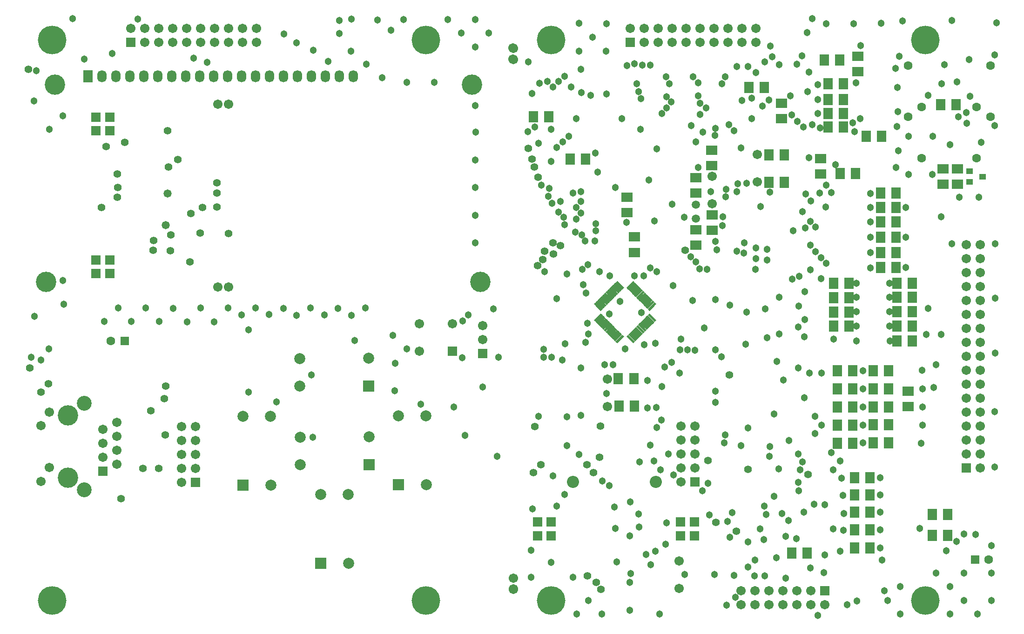
<source format=gbs>
%FSLAX43Y43*%
%MOMM*%
G71*
G01*
G75*
%ADD10C,0.300*%
%ADD11R,1.600X1.800*%
%ADD12R,1.800X1.600*%
%ADD13R,1.300X0.850*%
%ADD14R,1.450X0.550*%
%ADD15R,1.450X0.550*%
%ADD16R,0.850X1.300*%
%ADD17R,2.150X0.600*%
%ADD18R,2.150X0.600*%
%ADD19R,2.500X0.500*%
%ADD20R,2.500X2.000*%
%ADD21O,1.800X0.350*%
%ADD22O,1.800X0.350*%
%ADD23R,1.500X1.300*%
%ADD24R,1.650X0.300*%
%ADD25C,0.250*%
%ADD26R,0.300X1.600*%
%ADD27R,2.700X2.500*%
%ADD28R,0.600X2.150*%
%ADD29R,1.550X0.600*%
%ADD30R,0.600X1.700*%
%ADD31R,1.300X1.500*%
%ADD32R,1.550X0.600*%
%ADD33R,2.200X0.550*%
%ADD34R,2.200X0.550*%
%ADD35R,2.200X0.600*%
%ADD36R,2.200X0.600*%
%ADD37C,0.063*%
%ADD38R,0.600X2.150*%
%ADD39R,1.700X0.600*%
%ADD40R,1.700X0.600*%
%ADD41C,0.500*%
%ADD42C,0.400*%
%ADD43C,0.600*%
%ADD44C,1.000*%
%ADD45C,0.800*%
%ADD46C,1.500*%
%ADD47R,1.500X1.500*%
%ADD48R,1.400X1.400*%
%ADD49C,1.400*%
%ADD50O,1.500X2.000*%
%ADD51R,1.500X2.000*%
%ADD52C,1.800*%
%ADD53R,1.800X1.800*%
%ADD54C,1.200*%
%ADD55C,2.500*%
%ADD56C,3.500*%
%ADD57C,5.000*%
%ADD58C,1.500*%
%ADD59C,2.000*%
%ADD60C,1.300*%
%ADD61C,1.100*%
%ADD62C,1.270*%
%ADD63R,0.950X0.900*%
%ADD64C,0.700*%
%ADD65R,1.803X2.003*%
%ADD66R,2.003X1.803*%
%ADD67R,1.503X1.053*%
%ADD68R,1.653X0.753*%
%ADD69R,1.653X0.753*%
%ADD70R,1.053X1.503*%
%ADD71R,2.353X0.803*%
%ADD72R,2.353X0.803*%
%ADD73R,2.703X0.703*%
%ADD74R,2.703X2.203*%
%ADD75O,2.003X0.553*%
%ADD76O,2.003X0.553*%
%ADD77R,1.703X1.503*%
%ADD78R,1.853X0.503*%
%ADD79R,0.503X1.803*%
%ADD80R,2.903X2.703*%
%ADD81R,0.803X2.353*%
%ADD82R,1.753X0.803*%
%ADD83R,0.803X1.903*%
%ADD84R,1.503X1.703*%
%ADD85R,1.753X0.803*%
%ADD86R,2.403X0.753*%
%ADD87R,2.403X0.753*%
%ADD88R,2.403X0.803*%
%ADD89R,2.403X0.803*%
%ADD90R,0.803X2.353*%
%ADD91R,1.903X0.803*%
%ADD92R,1.903X0.803*%
%ADD93C,1.703*%
%ADD94R,1.703X1.703*%
%ADD95R,1.603X1.603*%
%ADD96C,1.603*%
%ADD97O,1.703X2.203*%
%ADD98R,1.703X2.203*%
%ADD99C,2.003*%
%ADD100R,2.003X2.003*%
%ADD101C,1.403*%
%ADD102C,2.703*%
%ADD103C,3.703*%
%ADD104C,5.203*%
%ADD105C,1.703*%
%ADD106C,2.203*%
%ADD107C,1.503*%
%ADD108C,1.303*%
%ADD109C,1.473*%
%ADD110R,1.153X1.103*%
D37*
X115510Y55419D02*
X115199Y55108D01*
X114003Y56303D01*
X114315Y56615D01*
X115510Y55419D01*
X115437D02*
X115199Y55181D01*
X114077Y56303D01*
X114315Y56541D01*
X115437Y55419D01*
X115363D02*
X115199Y55255D01*
X114150Y56303D01*
X114315Y56468D01*
X115363Y55419D01*
X115289D02*
X115199Y55329D01*
X114224Y56303D01*
X114315Y56394D01*
X115289Y55419D01*
X115216D02*
X115199Y55402D01*
X114298Y56303D01*
X114315Y56320D01*
X115216Y55419D01*
X115179Y55457D02*
X114334Y56266D01*
X115157Y55066D02*
X114845Y54754D01*
X113650Y55950D01*
X113961Y56261D01*
X115157Y55066D01*
X115083D02*
X114845Y54828D01*
X113723Y55950D01*
X113961Y56188D01*
X115083Y55066D01*
X115009D02*
X114845Y54902D01*
X113797Y55950D01*
X113961Y56114D01*
X115009Y55066D01*
X114936D02*
X114845Y54975D01*
X113871Y55950D01*
X113961Y56040D01*
X114936Y55066D01*
X114862D02*
X114845Y55049D01*
X113944Y55950D01*
X113961Y55967D01*
X114862Y55066D01*
X114826Y55103D02*
X113981Y55912D01*
X114803Y54712D02*
X114492Y54401D01*
X113296Y55596D01*
X113608Y55908D01*
X114803Y54712D01*
X114730D02*
X114492Y54474D01*
X113370Y55596D01*
X113608Y55834D01*
X114730Y54712D01*
X114656D02*
X114492Y54548D01*
X113443Y55596D01*
X113608Y55760D01*
X114656Y54712D01*
X114582D02*
X114492Y54622D01*
X113517Y55596D01*
X113608Y55687D01*
X114582Y54712D01*
X114509D02*
X114492Y54695D01*
X113591Y55596D01*
X113608Y55613D01*
X114509Y54712D01*
X114472Y54750D02*
X113627Y55559D01*
X114450Y54359D02*
X114138Y54047D01*
X112942Y55243D01*
X113254Y55554D01*
X114450Y54359D01*
X114376D02*
X114138Y54121D01*
X113016Y55243D01*
X113254Y55481D01*
X114376Y54359D01*
X114302D02*
X114138Y54194D01*
X113090Y55243D01*
X113254Y55407D01*
X114302Y54359D01*
X114229D02*
X114138Y54268D01*
X113163Y55243D01*
X113254Y55333D01*
X114229Y54359D01*
X114155D02*
X114138Y54342D01*
X113237Y55243D01*
X113254Y55260D01*
X114155Y54359D01*
X114119Y54396D02*
X113273Y55205D01*
X114096Y54005D02*
X113784Y53694D01*
X112589Y54889D01*
X112901Y55201D01*
X114096Y54005D01*
X114022D02*
X113784Y53767D01*
X112663Y54889D01*
X112901Y55127D01*
X114022Y54005D01*
X113949D02*
X113784Y53841D01*
X112736Y54889D01*
X112901Y55053D01*
X113949Y54005D01*
X113875D02*
X113784Y53914D01*
X112810Y54889D01*
X112901Y54980D01*
X113875Y54005D01*
X113801D02*
X113784Y53988D01*
X112884Y54889D01*
X112901Y54906D01*
X113801Y54005D01*
X113765Y54042D02*
X112920Y54852D01*
X113743Y53652D02*
X113431Y53340D01*
X112235Y54536D01*
X112547Y54847D01*
X113743Y53652D01*
X113669D02*
X113431Y53414D01*
X112309Y54536D01*
X112547Y54773D01*
X113669Y53652D01*
X113595D02*
X113431Y53487D01*
X112383Y54536D01*
X112547Y54700D01*
X113595Y53652D01*
X113522D02*
X113431Y53561D01*
X112456Y54536D01*
X112547Y54626D01*
X113522Y53652D01*
X113448D02*
X113431Y53635D01*
X112530Y54536D01*
X112547Y54553D01*
X113448Y53652D01*
X113412Y53689D02*
X112566Y54498D01*
X113389Y53298D02*
X113077Y52986D01*
X111882Y54182D01*
X112193Y54494D01*
X113389Y53298D01*
X113315D02*
X113077Y53060D01*
X111956Y54182D01*
X112193Y54420D01*
X113315Y53298D01*
X113242D02*
X113077Y53134D01*
X112029Y54182D01*
X112193Y54346D01*
X113242Y53298D01*
X113168D02*
X113077Y53207D01*
X112103Y54182D01*
X112193Y54273D01*
X113168Y53298D01*
X113094D02*
X113077Y53281D01*
X112176Y54182D01*
X112193Y54199D01*
X113094Y53298D01*
X113058Y53335D02*
X112213Y54145D01*
X113035Y52944D02*
X112724Y52633D01*
X111528Y53828D01*
X111840Y54140D01*
X113035Y52944D01*
X112962D02*
X112724Y52707D01*
X111602Y53828D01*
X111840Y54066D01*
X112962Y52944D01*
X112888D02*
X112724Y52780D01*
X111676Y53828D01*
X111840Y53993D01*
X112888Y52944D01*
X112814D02*
X112724Y52854D01*
X111749Y53828D01*
X111840Y53919D01*
X112814Y52944D01*
X112741D02*
X112724Y52928D01*
X111823Y53828D01*
X111840Y53845D01*
X112741Y52944D01*
X112704Y52982D02*
X111859Y53791D01*
X112682Y52591D02*
X112370Y52279D01*
X111175Y53475D01*
X111486Y53786D01*
X112682Y52591D01*
X112608D02*
X112370Y52353D01*
X111248Y53475D01*
X111486Y53713D01*
X112608Y52591D01*
X112535D02*
X112370Y52427D01*
X111322Y53475D01*
X111486Y53639D01*
X112535Y52591D01*
X112461D02*
X112370Y52500D01*
X111396Y53475D01*
X111486Y53565D01*
X112461Y52591D01*
X112387D02*
X112370Y52574D01*
X111469Y53475D01*
X111486Y53492D01*
X112387Y52591D01*
X112351Y52628D02*
X111506Y53438D01*
X112328Y52237D02*
X112017Y51926D01*
X110821Y53121D01*
X111133Y53433D01*
X112328Y52237D01*
X112255D02*
X112017Y51999D01*
X110895Y53121D01*
X111133Y53359D01*
X112255Y52237D01*
X112181D02*
X112017Y52073D01*
X110969Y53121D01*
X111133Y53286D01*
X112181Y52237D01*
X112107D02*
X112017Y52147D01*
X111042Y53121D01*
X111133Y53212D01*
X112107Y52237D01*
X112034D02*
X112017Y52220D01*
X111116Y53121D01*
X111133Y53138D01*
X112034Y52237D01*
X111997Y52275D02*
X111152Y53084D01*
X111975Y51884D02*
X111663Y51572D01*
X110468Y52768D01*
X110779Y53079D01*
X111975Y51884D01*
X111901D02*
X111663Y51646D01*
X110541Y52768D01*
X110779Y53006D01*
X111901Y51884D01*
X111827D02*
X111663Y51720D01*
X110615Y52768D01*
X110779Y52932D01*
X111827Y51884D01*
X111754D02*
X111663Y51793D01*
X110689Y52768D01*
X110779Y52858D01*
X111754Y51884D01*
X111680D02*
X111663Y51867D01*
X110762Y52768D01*
X110779Y52785D01*
X111680Y51884D01*
X111644Y51921D02*
X110799Y52730D01*
X108057Y52279D02*
X107745Y52591D01*
X108941Y53786D01*
X109252Y53475D01*
X108057Y52279D01*
Y52353D02*
X107819Y52591D01*
X108941Y53713D01*
X109179Y53475D01*
X108057Y52353D01*
Y52427D02*
X107893Y52591D01*
X108941Y53639D01*
X109105Y53475D01*
X108057Y52427D01*
Y52500D02*
X107966Y52591D01*
X108941Y53565D01*
X109031Y53475D01*
X108057Y52500D01*
Y52574D02*
X108040Y52591D01*
X108941Y53492D01*
X108958Y53475D01*
X108057Y52574D01*
X108094Y52610D02*
X108903Y53455D01*
X106996Y53340D02*
X106685Y53652D01*
X107880Y54847D01*
X108192Y54536D01*
X106996Y53340D01*
Y53414D02*
X106758Y53652D01*
X107880Y54773D01*
X108118Y54536D01*
X106996Y53414D01*
Y53487D02*
X106832Y53652D01*
X107880Y54700D01*
X108044Y54536D01*
X106996Y53487D01*
Y53561D02*
X106906Y53652D01*
X107880Y54626D01*
X107971Y54536D01*
X106996Y53561D01*
Y53635D02*
X106979Y53652D01*
X107880Y54553D01*
X107897Y54536D01*
X106996Y53635D01*
X107034Y53671D02*
X107843Y54516D01*
X106643Y53694D02*
X106331Y54005D01*
X107527Y55201D01*
X107838Y54889D01*
X106643Y53694D01*
Y53767D02*
X106405Y54005D01*
X107527Y55127D01*
X107765Y54889D01*
X106643Y53767D01*
Y53841D02*
X106478Y54005D01*
X107527Y55053D01*
X107691Y54889D01*
X106643Y53841D01*
Y53914D02*
X106552Y54005D01*
X107527Y54980D01*
X107617Y54889D01*
X106643Y53914D01*
Y53988D02*
X106626Y54005D01*
X107527Y54906D01*
X107544Y54889D01*
X106643Y53988D01*
X106680Y54024D02*
X107489Y54870D01*
X106289Y54047D02*
X105978Y54359D01*
X107173Y55554D01*
X107485Y55243D01*
X106289Y54047D01*
Y54121D02*
X106051Y54359D01*
X107173Y55481D01*
X107411Y55243D01*
X106289Y54121D01*
Y54194D02*
X106125Y54359D01*
X107173Y55407D01*
X107337Y55243D01*
X106289Y54194D01*
Y54268D02*
X106198Y54359D01*
X107173Y55333D01*
X107264Y55243D01*
X106289Y54268D01*
Y54342D02*
X106272Y54359D01*
X107173Y55260D01*
X107190Y55243D01*
X106289Y54342D01*
X106326Y54378D02*
X107136Y55223D01*
X105936Y54401D02*
X105624Y54712D01*
X106819Y55908D01*
X107131Y55596D01*
X105936Y54401D01*
Y54474D02*
X105698Y54712D01*
X106819Y55834D01*
X107057Y55596D01*
X105936Y54474D01*
Y54548D02*
X105771Y54712D01*
X106819Y55760D01*
X106984Y55596D01*
X105936Y54548D01*
Y54622D02*
X105845Y54712D01*
X106819Y55687D01*
X106910Y55596D01*
X105936Y54622D01*
Y54695D02*
X105919Y54712D01*
X106819Y55613D01*
X106836Y55596D01*
X105936Y54695D01*
X105973Y54732D02*
X106782Y55577D01*
X105582Y54754D02*
X105270Y55066D01*
X106466Y56261D01*
X106778Y55950D01*
X105582Y54754D01*
Y54828D02*
X105344Y55066D01*
X106466Y56188D01*
X106704Y55950D01*
X105582Y54828D01*
Y54902D02*
X105418Y55066D01*
X106466Y56114D01*
X106630Y55950D01*
X105582Y54902D01*
Y54975D02*
X105491Y55066D01*
X106466Y56040D01*
X106557Y55950D01*
X105582Y54975D01*
Y55049D02*
X105565Y55066D01*
X106466Y55967D01*
X106483Y55950D01*
X105582Y55049D01*
X105619Y55085D02*
X106429Y55930D01*
X105228Y55108D02*
X104917Y55419D01*
X106112Y56615D01*
X106424Y56303D01*
X105228Y55108D01*
Y55181D02*
X104991Y55419D01*
X106112Y56541D01*
X106350Y56303D01*
X105228Y55181D01*
Y55255D02*
X105064Y55419D01*
X106112Y56468D01*
X106277Y56303D01*
X105228Y55255D01*
Y55329D02*
X105138Y55419D01*
X106112Y56394D01*
X106203Y56303D01*
X105228Y55329D01*
Y55402D02*
X105211Y55419D01*
X106112Y56320D01*
X106129Y56303D01*
X105228Y55402D01*
X105266Y55439D02*
X106075Y56284D01*
X104875Y55461D02*
X104563Y55773D01*
X105759Y56968D01*
X106070Y56657D01*
X104875Y55461D01*
Y55535D02*
X104637Y55773D01*
X105759Y56895D01*
X105997Y56657D01*
X104875Y55535D01*
Y55609D02*
X104711Y55773D01*
X105759Y56821D01*
X105923Y56657D01*
X104875Y55609D01*
Y55682D02*
X104784Y55773D01*
X105759Y56747D01*
X105849Y56657D01*
X104875Y55682D01*
Y55756D02*
X104858Y55773D01*
X105759Y56674D01*
X105776Y56657D01*
X104875Y55756D01*
X104912Y55792D02*
X105722Y56637D01*
X109959Y61677D02*
X109648Y61366D01*
X108452Y62561D01*
X108764Y62873D01*
X109959Y61677D01*
X109886D02*
X109648Y61439D01*
X108526Y62561D01*
X108764Y62799D01*
X109886Y61677D01*
X109812D02*
X109648Y61513D01*
X108600Y62561D01*
X108764Y62725D01*
X109812Y61677D01*
X109738D02*
X109648Y61587D01*
X108673Y62561D01*
X108764Y62652D01*
X109738Y61677D01*
X109665D02*
X109648Y61660D01*
X108747Y62561D01*
X108764Y62578D01*
X109665Y61677D01*
X109628Y61715D02*
X108783Y62524D01*
X109606Y61324D02*
X109294Y61012D01*
X108099Y62208D01*
X108410Y62519D01*
X109606Y61324D01*
X109532D02*
X109294Y61086D01*
X108172Y62208D01*
X108410Y62446D01*
X109532Y61324D01*
X109459D02*
X109294Y61159D01*
X108246Y62208D01*
X108410Y62372D01*
X109459Y61324D01*
X109385D02*
X109294Y61233D01*
X108320Y62208D01*
X108410Y62298D01*
X109385Y61324D01*
X109311D02*
X109294Y61307D01*
X108393Y62208D01*
X108410Y62225D01*
X109311Y61324D01*
X109275Y61361D02*
X108430Y62170D01*
X109252Y60970D02*
X108941Y60659D01*
X107745Y61854D01*
X108057Y62166D01*
X109252Y60970D01*
X109179D02*
X108941Y60732D01*
X107819Y61854D01*
X108057Y62092D01*
X109179Y60970D01*
X109105D02*
X108941Y60806D01*
X107893Y61854D01*
X108057Y62018D01*
X109105Y60970D01*
X109031D02*
X108941Y60879D01*
X107966Y61854D01*
X108057Y61945D01*
X109031Y60970D01*
X108958D02*
X108941Y60953D01*
X108040Y61854D01*
X108057Y61871D01*
X108958Y60970D01*
X108921Y61007D02*
X108076Y61817D01*
X108192Y59910D02*
X107880Y59598D01*
X106685Y60793D01*
X106996Y61105D01*
X108192Y59910D01*
X108118D02*
X107880Y59672D01*
X106758Y60793D01*
X106996Y61031D01*
X108118Y59910D01*
X108044D02*
X107880Y59745D01*
X106832Y60793D01*
X106996Y60958D01*
X108044Y59910D01*
X107971D02*
X107880Y59819D01*
X106906Y60793D01*
X106996Y60884D01*
X107971Y59910D01*
X107897D02*
X107880Y59893D01*
X106979Y60793D01*
X106996Y60810D01*
X107897Y59910D01*
X107861Y59947D02*
X107016Y60756D01*
X107838Y59556D02*
X107527Y59244D01*
X106331Y60440D01*
X106643Y60751D01*
X107838Y59556D01*
X107765D02*
X107527Y59318D01*
X106405Y60440D01*
X106643Y60678D01*
X107765Y59556D01*
X107691D02*
X107527Y59392D01*
X106478Y60440D01*
X106643Y60604D01*
X107691Y59556D01*
X107617D02*
X107527Y59465D01*
X106552Y60440D01*
X106643Y60530D01*
X107617Y59556D01*
X107544D02*
X107527Y59539D01*
X106626Y60440D01*
X106643Y60457D01*
X107544Y59556D01*
X107507Y59593D02*
X106662Y60403D01*
X107485Y59202D02*
X107173Y58891D01*
X105977Y60086D01*
X106289Y60398D01*
X107485Y59202D01*
X107411D02*
X107173Y58964D01*
X106051Y60086D01*
X106289Y60324D01*
X107411Y59202D01*
X107337D02*
X107173Y59038D01*
X106125Y60086D01*
X106289Y60251D01*
X107337Y59202D01*
X107264D02*
X107173Y59112D01*
X106198Y60086D01*
X106289Y60177D01*
X107264Y59202D01*
X107190D02*
X107173Y59185D01*
X106272Y60086D01*
X106289Y60103D01*
X107190Y59202D01*
X107154Y59240D02*
X106308Y60049D01*
X107131Y58849D02*
X106819Y58537D01*
X105624Y59733D01*
X105936Y60044D01*
X107131Y58849D01*
X107057D02*
X106819Y58611D01*
X105698Y59733D01*
X105936Y59971D01*
X107057Y58849D01*
X106984D02*
X106819Y58685D01*
X105771Y59733D01*
X105936Y59897D01*
X106984Y58849D01*
X106910D02*
X106819Y58758D01*
X105845Y59733D01*
X105936Y59823D01*
X106910Y58849D01*
X106836D02*
X106819Y58832D01*
X105919Y59733D01*
X105936Y59750D01*
X106836Y58849D01*
X106800Y58886D02*
X105955Y59695D01*
X106778Y58495D02*
X106466Y58184D01*
X105270Y59379D01*
X105582Y59691D01*
X106778Y58495D01*
X106704D02*
X106466Y58257D01*
X105344Y59379D01*
X105582Y59617D01*
X106704Y58495D01*
X106630D02*
X106466Y58331D01*
X105418Y59379D01*
X105582Y59543D01*
X106630Y58495D01*
X106557D02*
X106466Y58405D01*
X105491Y59379D01*
X105582Y59470D01*
X106557Y58495D01*
X106483D02*
X106466Y58478D01*
X105565Y59379D01*
X105582Y59396D01*
X106483Y58495D01*
X106447Y58533D02*
X105601Y59342D01*
X106424Y58142D02*
X106112Y57830D01*
X104917Y59026D01*
X105228Y59337D01*
X106424Y58142D01*
X106350D02*
X106112Y57904D01*
X104991Y59026D01*
X105228Y59264D01*
X106350Y58142D01*
X106277D02*
X106112Y57977D01*
X105064Y59026D01*
X105228Y59190D01*
X106277Y58142D01*
X106203D02*
X106112Y58051D01*
X105138Y59026D01*
X105228Y59116D01*
X106203Y58142D01*
X106129D02*
X106112Y58125D01*
X105211Y59026D01*
X105228Y59043D01*
X106129Y58142D01*
X106093Y58179D02*
X105248Y58988D01*
X106070Y57788D02*
X105759Y57477D01*
X104563Y58672D01*
X104875Y58984D01*
X106070Y57788D01*
X105997D02*
X105759Y57550D01*
X104637Y58672D01*
X104875Y58910D01*
X105997Y57788D01*
X105923D02*
X105759Y57624D01*
X104711Y58672D01*
X104875Y58836D01*
X105923Y57788D01*
X105849D02*
X105759Y57698D01*
X104784Y58672D01*
X104875Y58763D01*
X105849Y57788D01*
X105776D02*
X105759Y57771D01*
X104858Y58672D01*
X104875Y58689D01*
X105776Y57788D01*
X105739Y57826D02*
X104894Y58635D01*
X114315Y57830D02*
X114003Y58142D01*
X115199Y59337D01*
X115510Y59026D01*
X114315Y57830D01*
Y57904D02*
X114077Y58142D01*
X115199Y59264D01*
X115437Y59026D01*
X114315Y57904D01*
Y57977D02*
X114150Y58142D01*
X115199Y59190D01*
X115363Y59026D01*
X114315Y57977D01*
Y58051D02*
X114224Y58142D01*
X115199Y59116D01*
X115289Y59026D01*
X114315Y58051D01*
Y58125D02*
X114298Y58142D01*
X115199Y59043D01*
X115216Y59026D01*
X114315Y58125D01*
X114352Y58161D02*
X115161Y59006D01*
X113961Y58184D02*
X113650Y58495D01*
X114845Y59691D01*
X115157Y59379D01*
X113961Y58184D01*
Y58257D02*
X113723Y58495D01*
X114845Y59617D01*
X115083Y59379D01*
X113961Y58257D01*
Y58331D02*
X113797Y58495D01*
X114845Y59543D01*
X115009Y59379D01*
X113961Y58331D01*
Y58405D02*
X113871Y58495D01*
X114845Y59470D01*
X114936Y59379D01*
X113961Y58405D01*
Y58478D02*
X113944Y58495D01*
X114845Y59396D01*
X114862Y59379D01*
X113961Y58478D01*
X113999Y58515D02*
X114808Y59360D01*
X113608Y58537D02*
X113296Y58849D01*
X114492Y60044D01*
X114803Y59733D01*
X113608Y58537D01*
Y58611D02*
X113370Y58849D01*
X114492Y59971D01*
X114730Y59733D01*
X113608Y58611D01*
Y58685D02*
X113443Y58849D01*
X114492Y59897D01*
X114656Y59733D01*
X113608Y58685D01*
Y58758D02*
X113517Y58849D01*
X114492Y59823D01*
X114582Y59733D01*
X113608Y58758D01*
Y58832D02*
X113591Y58849D01*
X114492Y59750D01*
X114509Y59733D01*
X113608Y58832D01*
X113645Y58868D02*
X114454Y59713D01*
X113254Y58891D02*
X112943Y59202D01*
X114138Y60398D01*
X114450Y60086D01*
X113254Y58891D01*
Y58964D02*
X113016Y59202D01*
X114138Y60324D01*
X114376Y60086D01*
X113254Y58964D01*
Y59038D02*
X113090Y59202D01*
X114138Y60251D01*
X114302Y60086D01*
X113254Y59038D01*
Y59112D02*
X113164Y59202D01*
X114138Y60177D01*
X114229Y60086D01*
X113254Y59112D01*
Y59185D02*
X113237Y59202D01*
X114138Y60103D01*
X114155Y60086D01*
X113254Y59185D01*
X113292Y59222D02*
X114101Y60067D01*
X112901Y59244D02*
X112589Y59556D01*
X113785Y60751D01*
X114096Y60440D01*
X112901Y59244D01*
Y59318D02*
X112663Y59556D01*
X113785Y60678D01*
X114022Y60440D01*
X112901Y59318D01*
Y59392D02*
X112736Y59556D01*
X113785Y60604D01*
X113949Y60440D01*
X112901Y59392D01*
Y59465D02*
X112810Y59556D01*
X113785Y60530D01*
X113875Y60440D01*
X112901Y59465D01*
Y59539D02*
X112884Y59556D01*
X113785Y60457D01*
X113802Y60440D01*
X112901Y59539D01*
X112938Y59575D02*
X113747Y60420D01*
X112547Y59598D02*
X112235Y59910D01*
X113431Y61105D01*
X113743Y60793D01*
X112547Y59598D01*
Y59672D02*
X112309Y59910D01*
X113431Y61031D01*
X113669Y60793D01*
X112547Y59672D01*
Y59745D02*
X112383Y59910D01*
X113431Y60958D01*
X113595Y60793D01*
X112547Y59745D01*
Y59819D02*
X112456Y59910D01*
X113431Y60884D01*
X113522Y60793D01*
X112547Y59819D01*
Y59893D02*
X112530Y59910D01*
X113431Y60810D01*
X113448Y60793D01*
X112547Y59893D01*
X112584Y59929D02*
X113394Y60774D01*
X112194Y59951D02*
X111882Y60263D01*
X113077Y61459D01*
X113389Y61147D01*
X112194Y59951D01*
Y60025D02*
X111956Y60263D01*
X113077Y61385D01*
X113315Y61147D01*
X112194Y60025D01*
Y60099D02*
X112029Y60263D01*
X113077Y61311D01*
X113242Y61147D01*
X112194Y60099D01*
Y60172D02*
X112103Y60263D01*
X113077Y61238D01*
X113168Y61147D01*
X112194Y60172D01*
Y60246D02*
X112177Y60263D01*
X113077Y61164D01*
X113094Y61147D01*
X112194Y60246D01*
X112231Y60282D02*
X113040Y61128D01*
X111840Y60305D02*
X111528Y60617D01*
X112724Y61812D01*
X113035Y61501D01*
X111840Y60305D01*
Y60379D02*
X111602Y60617D01*
X112724Y61738D01*
X112962Y61501D01*
X111840Y60379D01*
Y60452D02*
X111676Y60617D01*
X112724Y61665D01*
X112888Y61501D01*
X111840Y60452D01*
Y60526D02*
X111749Y60617D01*
X112724Y61591D01*
X112814Y61501D01*
X111840Y60526D01*
Y60600D02*
X111823Y60617D01*
X112724Y61518D01*
X112741Y61501D01*
X111840Y60600D01*
X111877Y60636D02*
X112687Y61481D01*
X111486Y60659D02*
X111175Y60970D01*
X112370Y62166D01*
X112682Y61854D01*
X111486Y60659D01*
Y60732D02*
X111248Y60970D01*
X112370Y62092D01*
X112608Y61854D01*
X111486Y60732D01*
Y60806D02*
X111322Y60970D01*
X112370Y62018D01*
X112535Y61854D01*
X111486Y60806D01*
Y60879D02*
X111396Y60970D01*
X112370Y61945D01*
X112461Y61854D01*
X111486Y60879D01*
Y60953D02*
X111469Y60970D01*
X112370Y61871D01*
X112387Y61854D01*
X111486Y60953D01*
X111524Y60989D02*
X112333Y61835D01*
X111133Y61012D02*
X110821Y61324D01*
X112017Y62519D01*
X112328Y62208D01*
X111133Y61012D01*
Y61086D02*
X110895Y61324D01*
X112017Y62446D01*
X112255Y62208D01*
X111133Y61086D01*
Y61159D02*
X110969Y61324D01*
X112017Y62372D01*
X112181Y62208D01*
X111133Y61159D01*
Y61233D02*
X111042Y61324D01*
X112017Y62298D01*
X112107Y62208D01*
X111133Y61233D01*
Y61307D02*
X111116Y61324D01*
X112017Y62225D01*
X112034Y62208D01*
X111133Y61307D01*
X111170Y61343D02*
X111979Y62188D01*
X110779Y61366D02*
X110468Y61677D01*
X111663Y62873D01*
X111975Y62561D01*
X110779Y61366D01*
Y61439D02*
X110541Y61677D01*
X111663Y62799D01*
X111901Y62561D01*
X110779Y61439D01*
Y61513D02*
X110615Y61677D01*
X111663Y62725D01*
X111827Y62561D01*
X110779Y61513D01*
Y61587D02*
X110689Y61677D01*
X111663Y62652D01*
X111754Y62561D01*
X110779Y61587D01*
Y61660D02*
X110762Y61677D01*
X111663Y62578D01*
X111680Y62561D01*
X110779Y61660D01*
X110817Y61697D02*
X111626Y62542D01*
X108899Y60617D02*
X108587Y60305D01*
X107392Y61501D01*
X107703Y61812D01*
X108899Y60617D01*
X108825D02*
X108587Y60379D01*
X107465Y61501D01*
X107703Y61738D01*
X108825Y60617D01*
X108752D02*
X108587Y60452D01*
X107539Y61501D01*
X107703Y61665D01*
X108752Y60617D01*
X108678D02*
X108587Y60526D01*
X107613Y61501D01*
X107703Y61591D01*
X108678Y60617D01*
X108604D02*
X108587Y60600D01*
X107686Y61501D01*
X107703Y61518D01*
X108604Y60617D01*
X108568Y60654D02*
X107723Y61463D01*
X108545Y60263D02*
X108234Y59951D01*
X107038Y61147D01*
X107350Y61459D01*
X108545Y60263D01*
X108472D02*
X108234Y60025D01*
X107112Y61147D01*
X107350Y61385D01*
X108472Y60263D01*
X108398D02*
X108234Y60099D01*
X107186Y61147D01*
X107350Y61311D01*
X108398Y60263D01*
X108324D02*
X108234Y60172D01*
X107259Y61147D01*
X107350Y61238D01*
X108324Y60263D01*
X108251D02*
X108234Y60246D01*
X107333Y61147D01*
X107350Y61164D01*
X108251Y60263D01*
X108214Y60300D02*
X107369Y61110D01*
X114668Y57477D02*
X114357Y57788D01*
X115552Y58984D01*
X115864Y58672D01*
X114668Y57477D01*
Y57550D02*
X114430Y57788D01*
X115552Y58910D01*
X115790Y58672D01*
X114668Y57550D01*
Y57624D02*
X114504Y57788D01*
X115552Y58836D01*
X115717Y58672D01*
X114668Y57624D01*
Y57698D02*
X114578Y57788D01*
X115552Y58763D01*
X115643Y58672D01*
X114668Y57698D01*
Y57771D02*
X114651Y57788D01*
X115552Y58689D01*
X115569Y58672D01*
X114668Y57771D01*
X114706Y57808D02*
X115515Y58653D01*
X115864Y55773D02*
X115552Y55461D01*
X114357Y56657D01*
X114668Y56968D01*
X115864Y55773D01*
X115790D02*
X115552Y55535D01*
X114430Y56657D01*
X114668Y56895D01*
X115790Y55773D01*
X115717D02*
X115552Y55609D01*
X114504Y56657D01*
X114668Y56821D01*
X115717Y55773D01*
X115643D02*
X115552Y55682D01*
X114578Y56657D01*
X114668Y56747D01*
X115643Y55773D01*
X115569D02*
X115552Y55756D01*
X114651Y56657D01*
X114668Y56674D01*
X115569Y55773D01*
X115533Y55810D02*
X114688Y56620D01*
X108410Y51926D02*
X108099Y52237D01*
X109294Y53433D01*
X109606Y53121D01*
X108410Y51926D01*
Y51999D02*
X108172Y52237D01*
X109294Y53359D01*
X109532Y53121D01*
X108410Y51999D01*
Y52073D02*
X108246Y52237D01*
X109294Y53286D01*
X109459Y53121D01*
X108410Y52073D01*
Y52147D02*
X108320Y52237D01*
X109294Y53212D01*
X109385Y53121D01*
X108410Y52147D01*
Y52220D02*
X108393Y52237D01*
X109294Y53138D01*
X109311Y53121D01*
X108410Y52220D01*
X108448Y52257D02*
X109257Y53102D01*
X108764Y51572D02*
X108452Y51884D01*
X109648Y53079D01*
X109960Y52768D01*
X108764Y51572D01*
Y51646D02*
X108526Y51884D01*
X109648Y53006D01*
X109886Y52768D01*
X108764Y51646D01*
Y51720D02*
X108600Y51884D01*
X109648Y52932D01*
X109812Y52768D01*
X108764Y51720D01*
Y51793D02*
X108673Y51884D01*
X109648Y52858D01*
X109739Y52768D01*
X108764Y51793D01*
Y51867D02*
X108747Y51884D01*
X109648Y52785D01*
X109665Y52768D01*
X108764Y51867D01*
X108801Y51903D02*
X109611Y52748D01*
X107703Y52633D02*
X107392Y52945D01*
X108587Y54140D01*
X108899Y53828D01*
X107703Y52633D01*
Y52707D02*
X107465Y52945D01*
X108587Y54066D01*
X108825Y53828D01*
X107703Y52707D01*
Y52780D02*
X107539Y52945D01*
X108587Y53993D01*
X108752Y53828D01*
X107703Y52780D01*
Y52854D02*
X107613Y52945D01*
X108587Y53919D01*
X108678Y53828D01*
X107703Y52854D01*
Y52928D02*
X107686Y52945D01*
X108587Y53845D01*
X108604Y53828D01*
X107703Y52928D01*
X107741Y52964D02*
X108550Y53809D01*
X107350Y52986D02*
X107038Y53298D01*
X108234Y54494D01*
X108545Y54182D01*
X107350Y52986D01*
Y53060D02*
X107112Y53298D01*
X108234Y54420D01*
X108472Y54182D01*
X107350Y53060D01*
Y53134D02*
X107186Y53298D01*
X108234Y54346D01*
X108398Y54182D01*
X107350Y53134D01*
Y53207D02*
X107259Y53298D01*
X108234Y54273D01*
X108324Y54182D01*
X107350Y53207D01*
Y53281D02*
X107333Y53298D01*
X108234Y54199D01*
X108251Y54182D01*
X107350Y53281D01*
X107387Y53317D02*
X108196Y54163D01*
D65*
X111914Y40103D02*
D03*
X109114Y40103D02*
D03*
X111814Y45055D02*
D03*
X109014Y45055D02*
D03*
X154772Y14253D02*
D03*
X135570Y98118D02*
D03*
X159487Y65293D02*
D03*
X156687D02*
D03*
X158170Y46559D02*
D03*
X155370D02*
D03*
X103087Y85043D02*
D03*
X100287Y85043D02*
D03*
X151972Y17553D02*
D03*
X154772D02*
D03*
X151972Y20753D02*
D03*
X154772D02*
D03*
X151972Y23953D02*
D03*
X154772D02*
D03*
X162517Y51960D02*
D03*
X159717D02*
D03*
X148872Y33353D02*
D03*
X151672D02*
D03*
X148872Y36653D02*
D03*
X151672D02*
D03*
X148872Y39953D02*
D03*
X151672D02*
D03*
X147122Y95903D02*
D03*
X149922Y95903D02*
D03*
X154072Y89153D02*
D03*
X156872D02*
D03*
X148872Y43253D02*
D03*
X151672D02*
D03*
X148872Y46553D02*
D03*
X151672D02*
D03*
X151972Y27053D02*
D03*
X136387Y80843D02*
D03*
X139187Y80843D02*
D03*
X136387Y85843D02*
D03*
X139187D02*
D03*
X146472Y103053D02*
D03*
X149272D02*
D03*
X140557Y13306D02*
D03*
X143357D02*
D03*
X152172Y82453D02*
D03*
X149372Y82453D02*
D03*
X147172Y93353D02*
D03*
X149972D02*
D03*
X167674Y94950D02*
D03*
X170474D02*
D03*
X155370Y33359D02*
D03*
X158170D02*
D03*
X155370Y36659D02*
D03*
X158170D02*
D03*
X158174Y39950D02*
D03*
X155374D02*
D03*
X158174Y43250D02*
D03*
X155374D02*
D03*
X156687Y67993D02*
D03*
X159487D02*
D03*
X156687Y73593D02*
D03*
X159487D02*
D03*
X156687Y70793D02*
D03*
X159487D02*
D03*
X159487Y78843D02*
D03*
X156687D02*
D03*
X159487Y76243D02*
D03*
X156687Y76243D02*
D03*
X96362Y92707D02*
D03*
X93562D02*
D03*
X132770Y98118D02*
D03*
X150962Y54620D02*
D03*
Y57221D02*
D03*
X150962Y62407D02*
D03*
X150962Y59822D02*
D03*
X154772Y27053D02*
D03*
X149972Y90853D02*
D03*
X147172Y90853D02*
D03*
X147127Y98797D02*
D03*
X149927Y98797D02*
D03*
X148162Y57221D02*
D03*
X148162Y62407D02*
D03*
X148162Y59822D02*
D03*
X151972Y14253D02*
D03*
X148162Y54620D02*
D03*
X162452Y62422D02*
D03*
X159652Y62422D02*
D03*
X162452Y59871D02*
D03*
X159652Y59872D02*
D03*
X162502Y57271D02*
D03*
X159702Y57271D02*
D03*
X162452Y54670D02*
D03*
X159652Y54670D02*
D03*
X168955Y20349D02*
D03*
X166155Y20348D02*
D03*
X166130Y16511D02*
D03*
X168930Y16511D02*
D03*
D66*
X168113Y83268D02*
D03*
Y80468D02*
D03*
X170724Y83283D02*
D03*
X170724Y80483D02*
D03*
X110557Y78131D02*
D03*
X110557Y75331D02*
D03*
X123081Y81662D02*
D03*
X123081Y78862D02*
D03*
X123118Y69388D02*
D03*
Y72188D02*
D03*
X161712Y40008D02*
D03*
Y42808D02*
D03*
X138662Y95206D02*
D03*
X138662Y92406D02*
D03*
X126021Y83847D02*
D03*
Y86647D02*
D03*
X126078Y74853D02*
D03*
Y72053D02*
D03*
X145778Y85153D02*
D03*
Y82353D02*
D03*
X152578Y103753D02*
D03*
Y100953D02*
D03*
X111952Y70867D02*
D03*
Y68067D02*
D03*
D93*
X29518Y36366D02*
D03*
X32058D02*
D03*
X29518Y33826D02*
D03*
X32058D02*
D03*
X29518Y31286D02*
D03*
X32058D02*
D03*
X29518Y28746D02*
D03*
X32058D02*
D03*
X29518Y26206D02*
D03*
X78809Y55101D02*
D03*
X72809Y55101D02*
D03*
Y50101D02*
D03*
X35590Y106300D02*
D03*
X22890Y106300D02*
D03*
X22890Y108840D02*
D03*
X25430Y106300D02*
D03*
Y108840D02*
D03*
X27970Y106300D02*
D03*
X27970Y108840D02*
D03*
X30510Y106300D02*
D03*
Y108840D02*
D03*
X33050Y106300D02*
D03*
Y108840D02*
D03*
X35590D02*
D03*
X38130Y106300D02*
D03*
Y108840D02*
D03*
X40670Y106300D02*
D03*
Y108840D02*
D03*
X43210Y106300D02*
D03*
Y108840D02*
D03*
X20350D02*
D03*
X5522Y39018D02*
D03*
X4002Y36508D02*
D03*
X5522Y28938D02*
D03*
X4002Y26398D02*
D03*
X17802Y37153D02*
D03*
Y34613D02*
D03*
X15252Y33343D02*
D03*
X17802Y32073D02*
D03*
X15252Y30803D02*
D03*
X17802Y29533D02*
D03*
X15252Y35883D02*
D03*
X84321Y54742D02*
D03*
Y52202D02*
D03*
X141481Y3960D02*
D03*
X146561Y3960D02*
D03*
X144021Y6500D02*
D03*
X144021Y3960D02*
D03*
X141481Y6500D02*
D03*
X138941D02*
D03*
X138941Y3960D02*
D03*
X136401Y6500D02*
D03*
Y3960D02*
D03*
X174814Y46630D02*
D03*
X107051Y39968D02*
D03*
X107051Y44968D02*
D03*
X120054Y6909D02*
D03*
X120054Y11909D02*
D03*
X174814Y49170D02*
D03*
X172274D02*
D03*
X172275Y51710D02*
D03*
X172274Y33930D02*
D03*
X172274Y64410D02*
D03*
X174814Y61870D02*
D03*
X172274Y61870D02*
D03*
X174814Y59330D02*
D03*
X172274D02*
D03*
X174814Y56790D02*
D03*
X172274D02*
D03*
X174814Y54250D02*
D03*
X172274Y54250D02*
D03*
X174814Y69490D02*
D03*
X172274Y69490D02*
D03*
X174814Y66950D02*
D03*
X172274D02*
D03*
X174814Y44090D02*
D03*
Y51710D02*
D03*
Y64410D02*
D03*
X172274Y39010D02*
D03*
X121334Y108840D02*
D03*
X116254D02*
D03*
X113714D02*
D03*
X113714Y106300D02*
D03*
X111174Y108840D02*
D03*
X126414Y106300D02*
D03*
X131494D02*
D03*
X118794Y108840D02*
D03*
X126075Y81942D02*
D03*
Y76942D02*
D03*
X134274Y80858D02*
D03*
Y85858D02*
D03*
X116254Y106300D02*
D03*
X118794D02*
D03*
X121334Y106300D02*
D03*
X123874Y106300D02*
D03*
X128954Y106300D02*
D03*
Y108840D02*
D03*
X131494D02*
D03*
X134034Y106300D02*
D03*
Y108840D02*
D03*
X123874Y108840D02*
D03*
X126414D02*
D03*
X133861Y6500D02*
D03*
X131321D02*
D03*
Y3960D02*
D03*
X133861D02*
D03*
X120441Y26307D02*
D03*
X122981Y28847D02*
D03*
X120441D02*
D03*
X122981Y31387D02*
D03*
X120441D02*
D03*
X122981Y33927D02*
D03*
X120441D02*
D03*
X122981Y36467D02*
D03*
X120441D02*
D03*
X89950Y105200D02*
D03*
Y103200D02*
D03*
X89950Y6750D02*
D03*
Y8750D02*
D03*
X38150Y95050D02*
D03*
X36150D02*
D03*
X38150Y61800D02*
D03*
X36150D02*
D03*
X89924Y8800D02*
D03*
Y6800D02*
D03*
X89874Y103250D02*
D03*
Y105250D02*
D03*
X89950Y8751D02*
D03*
Y6751D02*
D03*
X89950Y103201D02*
D03*
Y105201D02*
D03*
D94*
X32058Y26206D02*
D03*
X78809Y50101D02*
D03*
X20350Y106300D02*
D03*
X16500Y64200D02*
D03*
X14000D02*
D03*
X16500Y66700D02*
D03*
X14000D02*
D03*
X16500Y90200D02*
D03*
X14000D02*
D03*
X16500Y92700D02*
D03*
X14000D02*
D03*
X15252Y28263D02*
D03*
X84321Y49662D02*
D03*
X146561Y6500D02*
D03*
X172274Y28850D02*
D03*
X111174Y106300D02*
D03*
X94322Y19000D02*
D03*
Y16500D02*
D03*
X96822Y19000D02*
D03*
Y16500D02*
D03*
X120322Y19000D02*
D03*
Y16500D02*
D03*
X122822Y19000D02*
D03*
Y16500D02*
D03*
X122981Y26307D02*
D03*
D95*
X19185Y51935D02*
D03*
X173886Y12142D02*
D03*
D96*
X16685Y51935D02*
D03*
X176386Y12142D02*
D03*
X164180Y94540D02*
D03*
X174180D02*
D03*
X176680Y102040D02*
D03*
X161680D02*
D03*
X164180Y85240D02*
D03*
X174180D02*
D03*
X176680Y92740D02*
D03*
X161680D02*
D03*
D97*
X35433Y100131D02*
D03*
X27813D02*
D03*
X55753D02*
D03*
X53213D02*
D03*
X50673D02*
D03*
X48133D02*
D03*
X45593D02*
D03*
X43053D02*
D03*
X40513D02*
D03*
X37973D02*
D03*
X32893D02*
D03*
X20193D02*
D03*
X17653D02*
D03*
X25273D02*
D03*
X22733D02*
D03*
X58293D02*
D03*
X15113D02*
D03*
X30353D02*
D03*
X60833D02*
D03*
D98*
X12573D02*
D03*
D99*
X59980Y11500D02*
D03*
X59900Y24000D02*
D03*
X54900D02*
D03*
X74050Y25800D02*
D03*
X73970Y38300D02*
D03*
X68970Y38300D02*
D03*
X51150Y34400D02*
D03*
X63650Y34480D02*
D03*
X51150Y29400D02*
D03*
X45780Y25700D02*
D03*
X45700Y38200D02*
D03*
X40700D02*
D03*
X63600Y48830D02*
D03*
X51100Y48750D02*
D03*
Y43750D02*
D03*
D100*
X54900Y11500D02*
D03*
X68970Y25800D02*
D03*
X63650Y29400D02*
D03*
X40700Y25700D02*
D03*
X63600Y43750D02*
D03*
D101*
X35960Y80700D02*
D03*
Y76300D02*
D03*
X1675Y101425D02*
D03*
X1925Y47000D02*
D03*
X24000Y39200D02*
D03*
X25400Y28750D02*
D03*
X22500D02*
D03*
X26400Y41400D02*
D03*
X5325Y44125D02*
D03*
X26700Y43700D02*
D03*
X4002Y42627D02*
D03*
X26557Y34809D02*
D03*
X18555Y23256D02*
D03*
X17904Y82371D02*
D03*
X19255Y88122D02*
D03*
X17954Y79870D02*
D03*
X15854Y87322D02*
D03*
X17904Y78120D02*
D03*
X15004Y76269D02*
D03*
X38109Y71518D02*
D03*
X33358Y76269D02*
D03*
X32908Y71618D02*
D03*
X27557Y68367D02*
D03*
X31097Y66317D02*
D03*
X27607Y71218D02*
D03*
X24356Y68467D02*
D03*
X24456Y70268D02*
D03*
X27207Y83621D02*
D03*
X27057Y90223D02*
D03*
X28857Y84971D02*
D03*
X31258Y75119D02*
D03*
X35975Y78850D02*
D03*
X132557Y28557D02*
D03*
X126756Y18955D02*
D03*
X130507Y17304D02*
D03*
X129207Y45800D02*
D03*
X143560Y27657D02*
D03*
X125282Y30208D02*
D03*
X92597Y86972D02*
D03*
X105000Y8002D02*
D03*
X104526Y27957D02*
D03*
X93598Y27957D02*
D03*
X93297Y85071D02*
D03*
X94898Y29407D02*
D03*
X103350Y9202D02*
D03*
X103300Y29457D02*
D03*
X93748Y83571D02*
D03*
X93798Y36359D02*
D03*
X105751Y36459D02*
D03*
X105801Y6752D02*
D03*
X105601Y30758D02*
D03*
X94398Y81720D02*
D03*
X94348Y65616D02*
D03*
X95248Y66767D02*
D03*
X95598Y68267D02*
D03*
X97198Y67767D02*
D03*
X97098Y69817D02*
D03*
X98499Y69317D02*
D03*
X121155Y68417D02*
D03*
D102*
X11902Y24808D02*
D03*
Y40608D02*
D03*
D103*
X8902Y38408D02*
D03*
Y27008D02*
D03*
X83900Y62650D02*
D03*
X82400Y98600D02*
D03*
X4950Y62650D02*
D03*
X6500Y98600D02*
D03*
D104*
X6000Y106700D02*
D03*
X6000Y4700D02*
D03*
X74000Y4700D02*
D03*
X74000Y106700D02*
D03*
X164824Y106700D02*
D03*
X164824Y4700D02*
D03*
X96824D02*
D03*
X96824Y106700D02*
D03*
D105*
X172274Y46630D02*
D03*
X174814Y28850D02*
D03*
X172274Y31390D02*
D03*
X174814D02*
D03*
Y33930D02*
D03*
X172274Y36470D02*
D03*
X174814D02*
D03*
Y39010D02*
D03*
X172274Y41550D02*
D03*
X174814D02*
D03*
X172274Y44090D02*
D03*
D106*
X115797Y26244D02*
D03*
X100797Y26244D02*
D03*
D107*
X123074Y76747D02*
D03*
Y74247D02*
D03*
D108*
X98875Y88150D02*
D03*
X99971Y89171D02*
D03*
X97825Y87121D02*
D03*
X128682Y3850D02*
D03*
X133771Y9151D02*
D03*
X135671Y9201D02*
D03*
X130033Y9301D02*
D03*
X83050Y89923D02*
D03*
X83021Y84900D02*
D03*
Y79900D02*
D03*
Y74800D02*
D03*
Y69767D02*
D03*
X2786Y56414D02*
D03*
X4001Y48462D02*
D03*
X86250Y57764D02*
D03*
X8002Y92900D02*
D03*
X5501Y90473D02*
D03*
X68017Y52913D02*
D03*
X70518Y50463D02*
D03*
X83021Y94800D02*
D03*
X75519Y99025D02*
D03*
X70518D02*
D03*
X66017Y99900D02*
D03*
X63166Y102300D02*
D03*
X60350Y104726D02*
D03*
X56214Y102800D02*
D03*
X53550Y104876D02*
D03*
X60465Y110500D02*
D03*
X65216Y110400D02*
D03*
X67667Y108500D02*
D03*
X69967Y110428D02*
D03*
X83021Y105426D02*
D03*
X85471Y107977D02*
D03*
X83021Y110428D02*
D03*
X80470Y107977D02*
D03*
X78020Y110428D02*
D03*
X11903Y103226D02*
D03*
X16904Y104300D02*
D03*
X8002Y62966D02*
D03*
X63016Y57964D02*
D03*
X60450Y56614D02*
D03*
X58014Y57900D02*
D03*
X55514Y56664D02*
D03*
X53013Y57964D02*
D03*
X50450Y56614D02*
D03*
X48062Y57900D02*
D03*
X45511Y56764D02*
D03*
X43011Y57964D02*
D03*
X40510Y56700D02*
D03*
X38009Y57964D02*
D03*
X35509Y55400D02*
D03*
X33008Y57964D02*
D03*
X30550Y55414D02*
D03*
X28007Y57900D02*
D03*
X25506Y55500D02*
D03*
X23006Y57964D02*
D03*
X20450Y55464D02*
D03*
X18004Y57964D02*
D03*
X15504Y55464D02*
D03*
X5451Y50463D02*
D03*
X8102Y58665D02*
D03*
X80720Y55614D02*
D03*
X81750Y56650D02*
D03*
X41750Y54000D02*
D03*
Y42650D02*
D03*
X79125Y39900D02*
D03*
X84300Y43550D02*
D03*
X81150Y34750D02*
D03*
X87000Y30950D02*
D03*
X58293Y107900D02*
D03*
X68350Y42900D02*
D03*
X68400Y47900D02*
D03*
X87200Y48950D02*
D03*
X58250Y110300D02*
D03*
X2750Y95600D02*
D03*
X50450Y106200D02*
D03*
X48150Y107850D02*
D03*
X2250Y48950D02*
D03*
X3150Y101100D02*
D03*
X31750Y103450D02*
D03*
X34250Y102650D02*
D03*
X21600Y110500D02*
D03*
X53150Y45800D02*
D03*
X53450Y34400D02*
D03*
X61050Y52000D02*
D03*
X73050Y40400D02*
D03*
X46850Y40850D02*
D03*
X80570Y48862D02*
D03*
X9752Y110578D02*
D03*
X114879Y11250D02*
D03*
X108727Y11752D02*
D03*
X137309Y38610D02*
D03*
X126656Y40760D02*
D03*
X127806Y49062D02*
D03*
X126706Y42761D02*
D03*
Y50363D02*
D03*
X132207Y51313D02*
D03*
X148162Y52263D02*
D03*
X136058Y52563D02*
D03*
X142874Y52713D02*
D03*
X158414Y51963D02*
D03*
X152362D02*
D03*
X123155Y88172D02*
D03*
X116853Y37509D02*
D03*
X116903Y43661D02*
D03*
X113603Y63766D02*
D03*
X103390Y55148D02*
D03*
X103027Y51698D02*
D03*
X103577Y53249D02*
D03*
X102602Y62185D02*
D03*
X123824Y65050D02*
D03*
X103152Y60685D02*
D03*
X97776Y59650D02*
D03*
X98776Y48498D02*
D03*
X113728Y51247D02*
D03*
X111952Y63785D02*
D03*
X99676Y64101D02*
D03*
X136408Y95824D02*
D03*
X141460Y102276D02*
D03*
X138309Y102226D02*
D03*
X131357Y32908D02*
D03*
X136508Y30908D02*
D03*
X132583Y36108D02*
D03*
X135724Y57764D02*
D03*
X136558Y32708D02*
D03*
X151662Y91623D02*
D03*
X145311Y93357D02*
D03*
X144260Y91273D02*
D03*
X143410Y97324D02*
D03*
X133258Y96174D02*
D03*
X102300Y97124D02*
D03*
X93348Y97024D02*
D03*
X156663Y17550D02*
D03*
Y23950D02*
D03*
X116024Y86922D02*
D03*
X143960Y10653D02*
D03*
X126605Y89321D02*
D03*
X126705Y90672D02*
D03*
X156663Y27057D02*
D03*
X136074Y68650D02*
D03*
X136574Y79000D02*
D03*
X134924Y76450D02*
D03*
X125824Y79150D02*
D03*
X123524Y83550D02*
D03*
X103452Y65785D02*
D03*
X147724Y31600D02*
D03*
X159924Y86550D02*
D03*
X141760Y31358D02*
D03*
X142474Y75500D02*
D03*
X130274Y5300D02*
D03*
X100724Y78850D02*
D03*
X132374Y57200D02*
D03*
X113202Y57135D02*
D03*
X109352Y59135D02*
D03*
X107352Y56835D02*
D03*
X108451Y79920D02*
D03*
X114524Y81200D02*
D03*
X113024Y90450D02*
D03*
X109674Y92400D02*
D03*
X104800Y86150D02*
D03*
X105274Y82650D02*
D03*
X132574Y10750D02*
D03*
X134824Y17750D02*
D03*
X148124D02*
D03*
Y28500D02*
D03*
X135574Y21900D02*
D03*
X140324Y96600D02*
D03*
X164368Y43243D02*
D03*
X164374Y39950D02*
D03*
X164368Y36643D02*
D03*
X164115Y33308D02*
D03*
X164274Y46600D02*
D03*
X143710Y85271D02*
D03*
X132624Y101876D02*
D03*
X153513Y36650D02*
D03*
X138259Y53213D02*
D03*
X141724Y47000D02*
D03*
X141810Y24656D02*
D03*
X156663Y14253D02*
D03*
Y20743D02*
D03*
X137824Y48200D02*
D03*
X152012Y90023D02*
D03*
X153063Y105727D02*
D03*
X148474Y84050D02*
D03*
X142724Y20800D02*
D03*
X142110Y28457D02*
D03*
X141710Y26206D02*
D03*
X139924Y19250D02*
D03*
X141424Y15950D02*
D03*
X159474Y101550D02*
D03*
X154874Y68000D02*
D03*
X153513Y39950D02*
D03*
X142874Y41650D02*
D03*
X142510Y29957D02*
D03*
X153513Y46559D02*
D03*
Y43250D02*
D03*
X139024Y44850D02*
D03*
X138159Y28657D02*
D03*
X154874Y65272D02*
D03*
Y73593D02*
D03*
X174574Y78100D02*
D03*
X171024Y78119D02*
D03*
X170824Y92750D02*
D03*
X172374Y91550D02*
D03*
X159674Y90950D02*
D03*
X154874Y70793D02*
D03*
Y78800D02*
D03*
Y76250D02*
D03*
X153513Y33357D02*
D03*
X144824Y35050D02*
D03*
X144660Y22255D02*
D03*
X144774Y38250D02*
D03*
X137335Y23655D02*
D03*
X141610Y91873D02*
D03*
X122624Y100000D02*
D03*
X117724D02*
D03*
X123524Y98950D02*
D03*
X118324Y98800D02*
D03*
X123524Y96550D02*
D03*
X117752Y96423D02*
D03*
X118603Y95423D02*
D03*
X124974Y94350D02*
D03*
X117752Y94373D02*
D03*
X123904Y93172D02*
D03*
X116952Y93372D02*
D03*
X114774Y102150D02*
D03*
X113403Y102176D02*
D03*
X111951Y102375D02*
D03*
X130724Y80550D02*
D03*
X130074Y90200D02*
D03*
X136674Y105600D02*
D03*
X122254Y91122D02*
D03*
X129124Y91300D02*
D03*
X130574Y79150D02*
D03*
X131957Y69817D02*
D03*
X146774Y76350D02*
D03*
X143924Y73700D02*
D03*
X133924Y65000D02*
D03*
X136074Y66700D02*
D03*
X134074Y66950D02*
D03*
X120252Y50335D02*
D03*
X95425Y50448D02*
D03*
X121602Y50335D02*
D03*
X95425Y48998D02*
D03*
X122952Y50285D02*
D03*
X96825Y48948D02*
D03*
X101374Y74150D02*
D03*
X102174Y75200D02*
D03*
X101374Y76250D02*
D03*
X122174Y67300D02*
D03*
X102174Y77350D02*
D03*
X107451Y63766D02*
D03*
X102174Y79150D02*
D03*
X112324Y98750D02*
D03*
X128474Y100050D02*
D03*
X128624Y79550D02*
D03*
X123874Y95200D02*
D03*
X112724Y97350D02*
D03*
X127824Y98800D02*
D03*
X128574Y78150D02*
D03*
X92647Y102776D02*
D03*
X93848Y90873D02*
D03*
X92574Y90050D02*
D03*
X145261Y98625D02*
D03*
X152274Y98950D02*
D03*
X143074Y78700D02*
D03*
X144274Y110600D02*
D03*
X145261Y95874D02*
D03*
X143724Y100850D02*
D03*
X124374Y89950D02*
D03*
X169324Y87650D02*
D03*
X131324Y87050D02*
D03*
X132374Y80600D02*
D03*
X134024Y68850D02*
D03*
X140009Y33808D02*
D03*
X140609Y63216D02*
D03*
X127932Y72917D02*
D03*
X124624Y54350D02*
D03*
X106874Y96900D02*
D03*
X142674Y90850D02*
D03*
X144024Y77450D02*
D03*
X138309Y59915D02*
D03*
X129274Y58450D02*
D03*
X143760Y46061D02*
D03*
X110601Y102075D02*
D03*
X134058Y100775D02*
D03*
X100399Y98125D02*
D03*
X135608Y102726D02*
D03*
X99199Y100150D02*
D03*
X94698Y98875D02*
D03*
X96124Y99224D02*
D03*
X130557Y101926D02*
D03*
X98149Y99150D02*
D03*
X135258Y94724D02*
D03*
X113102Y96024D02*
D03*
X147711Y78920D02*
D03*
X145674Y78900D02*
D03*
X94998Y80320D02*
D03*
X96448Y79720D02*
D03*
X96298Y78270D02*
D03*
X96948Y76969D02*
D03*
X98499Y77369D02*
D03*
X110252Y50463D02*
D03*
X123105Y66317D02*
D03*
X125156Y64966D02*
D03*
X110502Y73518D02*
D03*
X114853Y65216D02*
D03*
X98099Y75419D02*
D03*
X94498Y38260D02*
D03*
X95598Y64566D02*
D03*
X105551D02*
D03*
X116003Y64516D02*
D03*
X102450Y64966D02*
D03*
X104750Y70118D02*
D03*
X99049Y74469D02*
D03*
X99199Y73068D02*
D03*
X101149Y71768D02*
D03*
X104950Y73268D02*
D03*
Y71968D02*
D03*
X102350Y71268D02*
D03*
X102950Y70118D02*
D03*
X158314Y62422D02*
D03*
X143010Y72518D02*
D03*
X144910Y72668D02*
D03*
X143910Y69417D02*
D03*
X144910Y68217D02*
D03*
X145911Y67117D02*
D03*
X146811Y66117D02*
D03*
X143924Y64866D02*
D03*
X152362Y62422D02*
D03*
X141910Y63716D02*
D03*
X141860Y58265D02*
D03*
X158364Y59915D02*
D03*
Y57264D02*
D03*
Y54664D02*
D03*
X152362Y59915D02*
D03*
Y54664D02*
D03*
Y57264D02*
D03*
X142935Y60875D02*
D03*
X142910Y55814D02*
D03*
X141724Y54499D02*
D03*
X115979Y36158D02*
D03*
X115879Y39859D02*
D03*
X99275Y24005D02*
D03*
X99625Y38108D02*
D03*
Y32907D02*
D03*
X111078Y16503D02*
D03*
X111178Y22655D02*
D03*
X111228Y9601D02*
D03*
X135934Y20381D02*
D03*
X97825Y21854D02*
D03*
X97124Y27356D02*
D03*
X125582Y20254D02*
D03*
X140835Y72017D02*
D03*
X128032Y74518D02*
D03*
X130533Y68266D02*
D03*
X126932Y68566D02*
D03*
X128482Y34808D02*
D03*
X131833Y67916D02*
D03*
X126682Y70016D02*
D03*
X128282Y33407D02*
D03*
X114779Y32957D02*
D03*
X114079Y13102D02*
D03*
X112778Y18053D02*
D03*
X112678Y20404D02*
D03*
X129683Y20704D02*
D03*
X115779Y13652D02*
D03*
X146537Y12952D02*
D03*
X150638Y3950D02*
D03*
X156940Y12052D02*
D03*
X157440Y6500D02*
D03*
X97149Y98200D02*
D03*
X132583Y15403D02*
D03*
X112878Y29906D02*
D03*
X121071Y9401D02*
D03*
X126532D02*
D03*
X117771Y18804D02*
D03*
X124331Y24705D02*
D03*
X125282Y26007D02*
D03*
X101826Y31250D02*
D03*
X102172Y38358D02*
D03*
X114329Y44710D02*
D03*
Y39709D02*
D03*
X106827Y42350D02*
D03*
X102172Y47011D02*
D03*
X99325Y51450D02*
D03*
X115572Y73767D02*
D03*
X118830Y76850D02*
D03*
X120971Y74468D02*
D03*
X96824Y84650D02*
D03*
X101326Y92450D02*
D03*
X103972Y96623D02*
D03*
X94524Y87921D02*
D03*
X96824Y90450D02*
D03*
X101826Y109726D02*
D03*
X106827Y109676D02*
D03*
X101876Y104725D02*
D03*
X106772D02*
D03*
X104326Y107226D02*
D03*
X102172Y101374D02*
D03*
X142436Y103825D02*
D03*
X137035Y103675D02*
D03*
X143336Y108050D02*
D03*
X133234Y92450D02*
D03*
X131533Y95750D02*
D03*
X161841Y82220D02*
D03*
X166142D02*
D03*
X146837Y80319D02*
D03*
X161841Y89221D02*
D03*
X166171D02*
D03*
X159490Y83520D02*
D03*
X159840Y93672D02*
D03*
X159771Y98074D02*
D03*
X153039Y92372D02*
D03*
X165371Y96623D02*
D03*
X167842Y98724D02*
D03*
X172293Y93522D02*
D03*
X172944Y96450D02*
D03*
X170643Y99124D02*
D03*
X160071Y103725D02*
D03*
X146837Y109676D02*
D03*
X151838D02*
D03*
X156840Y109726D02*
D03*
X160671Y110227D02*
D03*
X169693Y110250D02*
D03*
X168292Y102250D02*
D03*
X177771Y109826D02*
D03*
X177495Y103975D02*
D03*
X172844Y103175D02*
D03*
X175044Y88050D02*
D03*
X177495Y91150D02*
D03*
X167771Y74518D02*
D03*
X169693Y69616D02*
D03*
X161271Y76218D02*
D03*
Y70817D02*
D03*
Y65315D02*
D03*
X165392Y57863D02*
D03*
X165042Y53150D02*
D03*
X167742D02*
D03*
X177595Y69650D02*
D03*
Y59714D02*
D03*
Y49711D02*
D03*
X177445Y39050D02*
D03*
X166842Y47661D02*
D03*
X166392Y43510D02*
D03*
X177471Y28956D02*
D03*
X149338Y30106D02*
D03*
X149588Y26950D02*
D03*
X146587Y22150D02*
D03*
X149888Y23850D02*
D03*
X149938Y17503D02*
D03*
X135434Y15750D02*
D03*
X139471Y16403D02*
D03*
X149338Y13702D02*
D03*
X146371Y9801D02*
D03*
X137771Y12502D02*
D03*
X139435Y8801D02*
D03*
X133871Y12102D02*
D03*
X128871Y19104D02*
D03*
X129271Y16203D02*
D03*
X169371Y2199D02*
D03*
X169343Y7201D02*
D03*
X160290Y2199D02*
D03*
X160271Y7251D02*
D03*
X171843Y4700D02*
D03*
X174344Y2199D02*
D03*
X176845Y4700D02*
D03*
X176871Y9701D02*
D03*
X171843D02*
D03*
X166842D02*
D03*
X157971Y4700D02*
D03*
X152438Y4650D02*
D03*
X176845Y14703D02*
D03*
X168693Y13750D02*
D03*
X171843Y16803D02*
D03*
X145271Y1999D02*
D03*
X116529Y2199D02*
D03*
X106027D02*
D03*
X103572Y4700D02*
D03*
X101472Y2199D02*
D03*
X111128Y2950D02*
D03*
Y8001D02*
D03*
X108472Y17803D02*
D03*
X100775Y8901D02*
D03*
X93123D02*
D03*
X93173Y13850D02*
D03*
X96774Y11650D02*
D03*
X93374Y21350D02*
D03*
X108272Y21754D02*
D03*
X115729Y51550D02*
D03*
X120430Y52312D02*
D03*
X118980Y62050D02*
D03*
X122531Y59314D02*
D03*
X126682Y59464D02*
D03*
X138735Y20550D02*
D03*
X145937Y36650D02*
D03*
X150038Y20504D02*
D03*
X145737Y90750D02*
D03*
X140585Y93050D02*
D03*
X145971Y46110D02*
D03*
X145887Y63315D02*
D03*
X173971Y16704D02*
D03*
X106477Y47612D02*
D03*
X120130Y46112D02*
D03*
X118680Y48062D02*
D03*
X119030Y27550D02*
D03*
X117630Y14954D02*
D03*
X118130Y31358D02*
D03*
X107327Y25650D02*
D03*
X106127Y26450D02*
D03*
X116671Y28507D02*
D03*
X117430Y47162D02*
D03*
X108027Y47612D02*
D03*
X115479Y30058D02*
D03*
X163871Y17804D02*
D03*
X170543Y15450D02*
D03*
D109*
X26657Y73018D02*
D03*
X26997Y78770D02*
D03*
D110*
X172888Y80916D02*
D03*
Y82816D02*
D03*
X175238Y81867D02*
D03*
M02*

</source>
